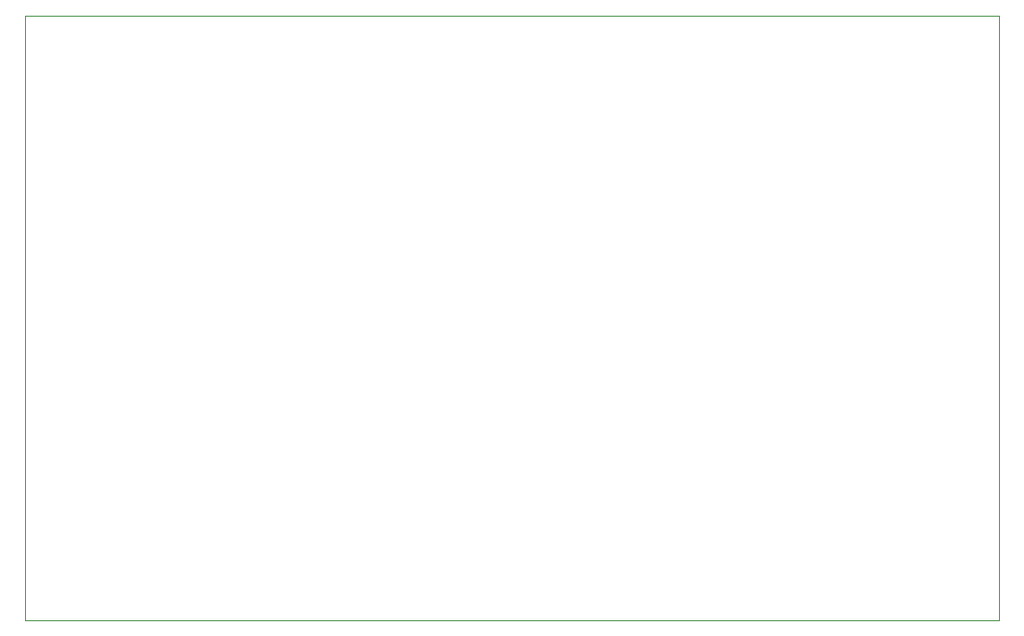
<source format=gbr>
%TF.GenerationSoftware,KiCad,Pcbnew,(5.1.6-0)*%
%TF.CreationDate,2020-10-12T19:17:27+02:00*%
%TF.ProjectId,ESP32_TFT,45535033-325f-4544-9654-2e6b69636164,rev?*%
%TF.SameCoordinates,Original*%
%TF.FileFunction,Legend,Bot*%
%TF.FilePolarity,Positive*%
%FSLAX46Y46*%
G04 Gerber Fmt 4.6, Leading zero omitted, Abs format (unit mm)*
G04 Created by KiCad (PCBNEW (5.1.6-0)) date 2020-10-12 19:17:27*
%MOMM*%
%LPD*%
G01*
G04 APERTURE LIST*
%ADD10C,0.120000*%
G04 APERTURE END LIST*
D10*
X132900000Y-37500000D02*
X43900000Y-37500000D01*
X132900000Y-92800000D02*
X132900000Y-37500000D01*
X43900000Y-92800000D02*
X132900000Y-92800000D01*
X43900000Y-37500000D02*
X43900000Y-92800000D01*
M02*

</source>
